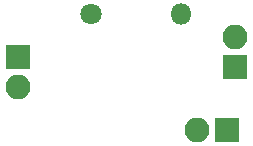
<source format=gbr>
G04 #@! TF.FileFunction,Soldermask,Bot*
%FSLAX46Y46*%
G04 Gerber Fmt 4.6, Leading zero omitted, Abs format (unit mm)*
G04 Created by KiCad (PCBNEW 4.0.6) date 11/05/17 19:48:39*
%MOMM*%
%LPD*%
G01*
G04 APERTURE LIST*
%ADD10C,0.100000*%
%ADD11R,2.100000X2.100000*%
%ADD12O,2.100000X2.100000*%
%ADD13C,1.800000*%
%ADD14O,1.800000X1.800000*%
G04 APERTURE END LIST*
D10*
D11*
X145770000Y-89540000D03*
D12*
X143230000Y-89540000D03*
D11*
X146420000Y-84200000D03*
D12*
X146420000Y-81660000D03*
D11*
X128080000Y-83350000D03*
D12*
X128080000Y-85890000D03*
D13*
X134200000Y-79740000D03*
D14*
X141820000Y-79740000D03*
M02*

</source>
